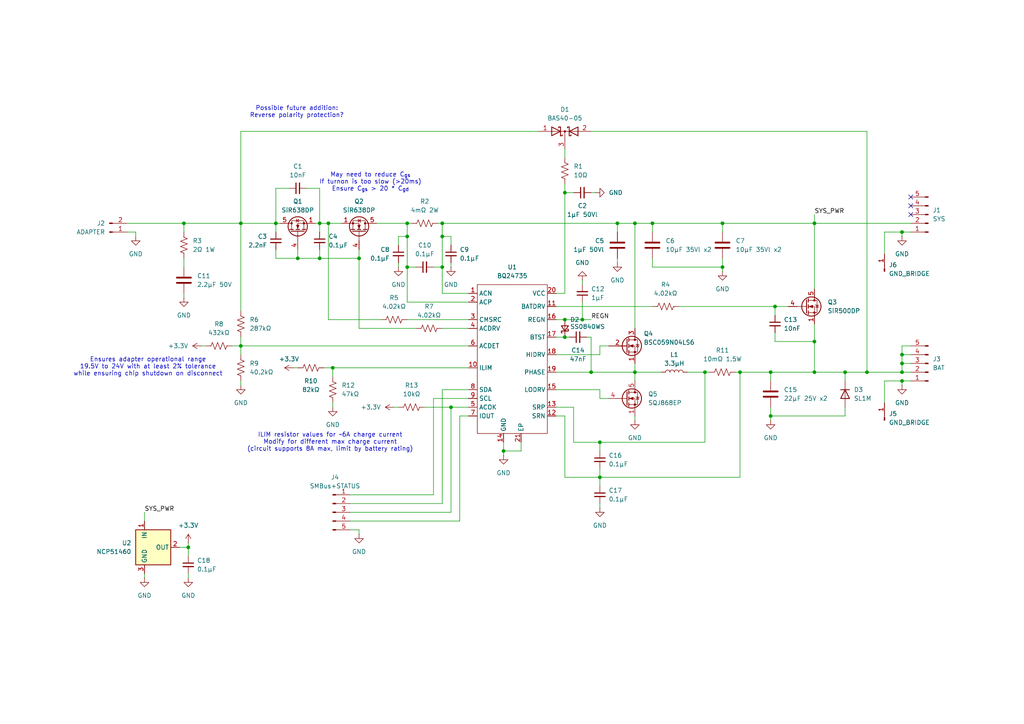
<source format=kicad_sch>
(kicad_sch (version 20231120) (generator "eeschema") (generator_version "8.0")
  (paper "A4")
  (lib_symbols
    (symbol "BW_Active:BQ24735"
      (property "Reference" "U" (at 0 25.4 0))
      (property "Value" "BQ24735" (at 0 23.114 0))
      (symbol "BQ24735_0_0"
        (pin input line (at -12.7 19.05 0) (length 2.54) (name "ACN") (number "1"))
        (pin input line (at -12.7 -2.54 0) (length 2.54) (name "ILIM") (number "10"))
        (pin output line (at 12.7 15.24 180) (length 2.54) (name "BATDRV") (number "11"))
        (pin input line (at 12.7 -16.51 180) (length 2.54) (name "SRN") (number "12"))
        (pin input line (at 12.7 -13.97 180) (length 2.54) (name "SRP") (number "13"))
        (pin power_in line (at -2.54 -24.13 90) (length 2.54) (name "GND") (number "14"))
        (pin output line (at 12.7 -8.89 180) (length 2.54) (name "LODRV") (number "15"))
        (pin power_out line (at 12.7 11.43 180) (length 2.54) (name "REGN") (number "16"))
        (pin input line (at 12.7 6.35 180) (length 2.54) (name "BTST") (number "17"))
        (pin output line (at 12.7 1.27 180) (length 2.54) (name "HIDRV") (number "18"))
        (pin input line (at 12.7 -3.81 180) (length 2.54) (name "PHASE") (number "19"))
        (pin input line (at -12.7 16.51 0) (length 2.54) (name "ACP") (number "2"))
        (pin power_in line (at 12.7 19.05 180) (length 2.54) (name "VCC") (number "20"))
        (pin passive line (at 2.54 -24.13 90) (length 2.54) (name "EP") (number "21"))
        (pin input line (at -12.7 11.43 0) (length 2.54) (name "CMSRC") (number "3"))
        (pin output line (at -12.7 8.89 0) (length 2.54) (name "ACDRV") (number "4"))
        (pin open_collector line (at -12.7 -13.97 0) (length 2.54) (name "ACOK") (number "5"))
        (pin input line (at -12.7 3.81 0) (length 2.54) (name "ACDET") (number "6"))
        (pin output line (at -12.7 -16.51 0) (length 2.54) (name "IOUT") (number "7"))
        (pin bidirectional line (at -12.7 -8.89 0) (length 2.54) (name "SDA") (number "8"))
        (pin bidirectional line (at -12.7 -11.43 0) (length 2.54) (name "SCL") (number "9"))
      )
      (symbol "BQ24735_0_1"
        (rectangle (start -10.16 21.59) (end 10.16 -21.59))
      )
    )
    (symbol "BW_Active:NCP51460"
      (property "Reference" "U" (at 0 6.35 0))
      (property "Value" "NCP51460" (at 2.54 -6.35 0))
      (symbol "NCP51460_0_1"
        (rectangle (start -5.08 5.08) (end 5.08 -5.08) (stroke (width 0.254)) (fill (type background)))
      )
      (symbol "NCP51460_1_1"
        (pin power_in line (at -2.54 7.62 270) (length 2.54) (name "IN") (number "1"))
        (pin power_out line (at 7.62 0 180) (length 2.54) (name "OUT") (number "2"))
        (pin power_in line (at -2.54 -7.62 90) (length 2.54) (name "GND") (number "3"))
      )
    )
    (symbol "BW_Active:Q_NMOS_SSSGD" (pin_names hide)
      (property "Reference" "Q" (at 5.08 1.905 0))
      (property "Value" "Q_NMOS_SSSGD" (at 5.08 0 0))
      (symbol "Q_NMOS_SSSGD_0_1"
        (polyline (pts (xy 0.254 0) (xy -2.54 0)))
        (polyline (pts (xy 0.254 1.905) (xy 0.254 -1.905)) (stroke (width 0.254)))
        (polyline (pts (xy 0.762 -1.27) (xy 0.762 -2.286)) (stroke (width 0.254)))
        (polyline (pts (xy 0.762 0.508) (xy 0.762 -0.508)) (stroke (width 0.254)))
        (polyline (pts (xy 0.762 2.286) (xy 0.762 1.27)) (stroke (width 0.254)))
        (polyline (pts (xy 2.54 2.54) (xy 2.54 1.778)))
        (polyline (pts (xy 2.54 -2.54) (xy 2.54 0) (xy 0.762 0)))
        (polyline (pts (xy 0.762 -1.778) (xy 3.302 -1.778) (xy 3.302 1.778) (xy 0.762 1.778)))
        (polyline (pts (xy 1.016 0) (xy 2.032 0.381) (xy 2.032 -0.381) (xy 1.016 0)) (fill (type outline)))
        (polyline (pts (xy 2.794 0.508) (xy 2.921 0.381) (xy 3.683 0.381) (xy 3.81 0.254)))
        (polyline (pts (xy 3.302 0.381) (xy 2.921 -0.254) (xy 3.683 -0.254) (xy 3.302 0.381)))
        (circle (center 1.651 0) (radius 2.794) (stroke (width 0.254)))
        (circle (center 2.54 -1.778) (radius 0.254) (fill (type outline)))
        (circle (center 2.54 1.778) (radius 0.254) (fill (type outline)))
      )
      (symbol "Q_NMOS_SSSGD_1_1"
        (pin passive line (at 2.54 -5.08 90) (length 2.54) (name "S") (number "1"))
        (pin passive line (at 2.54 -5.08 90) (length 2.54) hide (name "S") (number "2"))
        (pin passive line (at 2.54 -5.08 90) (length 2.54) hide (name "S") (number "3"))
        (pin input line (at -5.08 0 0) (length 2.54) (name "G") (number "4"))
        (pin passive line (at 2.54 5.08 270) (length 2.54) (name "D") (number "5"))
      )
    )
    (symbol "Connector:Conn_01x01_Pin" (pin_names (offset 1.016) hide)
      (property "Reference" "J" (at 0 2.54 0))
      (property "Value" "Conn_01x01_Pin" (at 0 -2.54 0))
      (symbol "Conn_01x01_Pin_1_1"
        (polyline (pts (xy 1.27 0) (xy 0.8636 0)) (stroke (width 0.1524)))
        (rectangle (start 0.8636 0.127) (end 0 -0.127) (stroke (width 0.1524)) (fill (type outline)))
        (pin passive line (at 5.08 0 180) (length 3.81) (name "Pin_1") (number "1"))
      )
    )
    (symbol "Connector:Conn_01x02_Pin" (pin_names (offset 1.016) hide)
      (property "Reference" "J" (at 0 2.54 0))
      (property "Value" "Conn_01x02_Pin" (at 0 -5.08 0))
      (symbol "Conn_01x02_Pin_1_1"
        (polyline (pts (xy 1.27 -2.54) (xy 0.8636 -2.54)) (stroke (width 0.1524)))
        (polyline (pts (xy 1.27 0) (xy 0.8636 0)) (stroke (width 0.1524)))
        (rectangle (start 0.8636 -2.413) (end 0 -2.667) (stroke (width 0.1524)) (fill (type outline)))
        (rectangle (start 0.8636 0.127) (end 0 -0.127) (stroke (width 0.1524)) (fill (type outline)))
        (pin passive line (at 5.08 0 180) (length 3.81) (name "Pin_1") (number "1"))
        (pin passive line (at 5.08 -2.54 180) (length 3.81) (name "Pin_2") (number "2"))
      )
    )
    (symbol "Connector:Conn_01x05_Pin" (pin_names (offset 1.016) hide)
      (property "Reference" "J" (at 0 7.62 0))
      (property "Value" "Conn_01x05_Pin" (at 0 -7.62 0))
      (symbol "Conn_01x05_Pin_1_1"
        (polyline (pts (xy 1.27 -5.08) (xy 0.8636 -5.08)) (stroke (width 0.1524)))
        (polyline (pts (xy 1.27 -2.54) (xy 0.8636 -2.54)) (stroke (width 0.1524)))
        (polyline (pts (xy 1.27 0) (xy 0.8636 0)) (stroke (width 0.1524)))
        (polyline (pts (xy 1.27 2.54) (xy 0.8636 2.54)) (stroke (width 0.1524)))
        (polyline (pts (xy 1.27 5.08) (xy 0.8636 5.08)) (stroke (width 0.1524)))
        (rectangle (start 0.8636 -4.953) (end 0 -5.207) (stroke (width 0.1524)) (fill (type outline)))
        (rectangle (start 0.8636 -2.413) (end 0 -2.667) (stroke (width 0.1524)) (fill (type outline)))
        (rectangle (start 0.8636 0.127) (end 0 -0.127) (stroke (width 0.1524)) (fill (type outline)))
        (rectangle (start 0.8636 2.667) (end 0 2.413) (stroke (width 0.1524)) (fill (type outline)))
        (rectangle (start 0.8636 5.207) (end 0 4.953) (stroke (width 0.1524)) (fill (type outline)))
        (pin passive line (at 5.08 5.08 180) (length 3.81) (name "Pin_1") (number "1"))
        (pin passive line (at 5.08 2.54 180) (length 3.81) (name "Pin_2") (number "2"))
        (pin passive line (at 5.08 0 180) (length 3.81) (name "Pin_3") (number "3"))
        (pin passive line (at 5.08 -2.54 180) (length 3.81) (name "Pin_4") (number "4"))
        (pin passive line (at 5.08 -5.08 180) (length 3.81) (name "Pin_5") (number "5"))
      )
    )
    (symbol "Device:C" (pin_numbers hide) (pin_names (offset 0.254))
      (property "Reference" "C" (at 0.635 2.54 0))
      (property "Value" "C" (at 0.635 -2.54 0))
      (symbol "C_0_1"
        (polyline (pts (xy -2.032 -0.762) (xy 2.032 -0.762)) (stroke (width 0.508)))
        (polyline (pts (xy -2.032 0.762) (xy 2.032 0.762)) (stroke (width 0.508)))
      )
      (symbol "C_1_1"
        (pin passive line (at 0 3.81 270) (length 2.794) (name "~") (number "1"))
        (pin passive line (at 0 -3.81 90) (length 2.794) (name "~") (number "2"))
      )
    )
    (symbol "Device:C_Small" (pin_numbers hide) (pin_names (offset 0.254) hide)
      (property "Reference" "C" (at 0.254 1.778 0))
      (property "Value" "C_Small" (at 0.254 -2.032 0))
      (symbol "C_Small_0_1"
        (polyline (pts (xy -1.524 -0.508) (xy 1.524 -0.508)) (stroke (width 0.3302)))
        (polyline (pts (xy -1.524 0.508) (xy 1.524 0.508)) (stroke (width 0.3048)))
      )
      (symbol "C_Small_1_1"
        (pin passive line (at 0 2.54 270) (length 2.032) (name "~") (number "1"))
        (pin passive line (at 0 -2.54 90) (length 2.032) (name "~") (number "2"))
      )
    )
    (symbol "Device:D" (pin_numbers hide) (pin_names (offset 1.016) hide)
      (property "Reference" "D" (at 0 2.54 0))
      (property "Value" "D" (at 0 -2.54 0))
      (symbol "D_0_1"
        (polyline (pts (xy -1.27 1.27) (xy -1.27 -1.27)) (stroke (width 0.254)))
        (polyline (pts (xy 1.27 0) (xy -1.27 0)))
        (polyline (pts (xy 1.27 1.27) (xy 1.27 -1.27) (xy -1.27 0) (xy 1.27 1.27)) (stroke (width 0.254)))
      )
      (symbol "D_1_1"
        (pin passive line (at -3.81 0 0) (length 2.54) (name "K") (number "1"))
        (pin passive line (at 3.81 0 180) (length 2.54) (name "A") (number "2"))
      )
    )
    (symbol "Device:D_Schottky_Dual_CommonCathode_AAK" (pin_names (offset 0.762) hide)
      (property "Reference" "D" (at 1.27 -2.54 0))
      (property "Value" "D_Schottky_Dual_CommonCathode_AAK" (at 0 2.54 0))
      (symbol "D_Schottky_Dual_CommonCathode_AAK_0_1"
        (polyline (pts (xy -3.81 0) (xy 3.81 0)))
        (polyline (pts (xy 0 0) (xy 0 -2.54)))
        (polyline (pts (xy -1.27 -1.27) (xy -1.27 1.27) (xy -1.27 1.27)) (stroke (width 0.254)))
        (polyline (pts (xy 1.27 -1.27) (xy 1.27 1.27) (xy 1.27 1.27)) (stroke (width 0.254)))
        (polyline (pts (xy -1.27 -1.27) (xy -0.762 -1.27) (xy -0.762 -1.016) (xy -0.762 -1.016)) (stroke (width 0.254)))
        (polyline (pts (xy 1.27 -1.27) (xy 1.778 -1.27) (xy 1.778 -1.016) (xy 1.778 -1.016)) (stroke (width 0.254)))
        (polyline (pts (xy 1.27 1.27) (xy 0.762 1.27) (xy 0.762 1.016) (xy 0.762 1.016)) (stroke (width 0.254)))
        (polyline (pts (xy -1.778 1.016) (xy -1.778 1.27) (xy -1.27 1.27) (xy -1.27 1.27) (xy -1.27 1.27)) (stroke (width 0.254)))
        (polyline (pts (xy -3.81 1.27) (xy -1.27 0) (xy -3.81 -1.27) (xy -3.81 1.27) (xy -3.81 1.27) (xy -3.81 1.27)) (stroke (width 0.254)))
        (polyline (pts (xy 3.81 -1.27) (xy 1.27 0) (xy 3.81 1.27) (xy 3.81 -1.27) (xy 3.81 -1.27) (xy 3.81 -1.27)) (stroke (width 0.254)))
        (circle (center 0 0) (radius 0.254) (fill (type outline)))
        (pin passive line (at -7.62 0 0) (length 3.81) (name "A") (number "1"))
        (pin passive line (at 7.62 0 180) (length 3.81) (name "A") (number "2"))
        (pin passive line (at 0 -5.08 90) (length 2.54) (name "K") (number "3"))
      )
    )
    (symbol "Device:D_Schottky_Small" (pin_numbers hide) (pin_names (offset 0.254) hide)
      (property "Reference" "D" (at -1.27 2.032 0))
      (property "Value" "D_Schottky_Small" (at -7.112 -2.032 0))
      (symbol "D_Schottky_Small_0_1"
        (polyline (pts (xy -0.762 0) (xy 0.762 0)))
        (polyline (pts (xy 0.762 -1.016) (xy -0.762 0) (xy 0.762 1.016) (xy 0.762 -1.016)) (stroke (width 0.254)))
        (polyline (pts (xy -1.27 0.762) (xy -1.27 1.016) (xy -0.762 1.016) (xy -0.762 -1.016) (xy -0.254 -1.016) (xy -0.254 -0.762)) (stroke (width 0.254)))
      )
      (symbol "D_Schottky_Small_1_1"
        (pin passive line (at -2.54 0 0) (length 1.778) (name "K") (number "1"))
        (pin passive line (at 2.54 0 180) (length 1.778) (name "A") (number "2"))
      )
    )
    (symbol "Device:L" (pin_numbers hide) (pin_names (offset 1.016) hide)
      (property "Reference" "L" (at -1.27 0 90))
      (property "Value" "L" (at 1.905 0 90))
      (symbol "L_0_1"
        (arc (start 0 -2.54) (mid 0.6323 -1.905) (end 0 -1.27))
        (arc (start 0 -1.27) (mid 0.6323 -0.635) (end 0 0))
        (arc (start 0 0) (mid 0.6323 0.635) (end 0 1.27))
        (arc (start 0 1.27) (mid 0.6323 1.905) (end 0 2.54))
      )
      (symbol "L_1_1"
        (pin passive line (at 0 3.81 270) (length 1.27) (name "1") (number "1"))
        (pin passive line (at 0 -3.81 90) (length 1.27) (name "2") (number "2"))
      )
    )
    (symbol "Device:Q_NMOS_SGD" (pin_names (offset 0) hide)
      (property "Reference" "Q" (at 5.08 1.27 0))
      (property "Value" "Q_NMOS_SGD" (at 5.08 -1.27 0))
      (symbol "Q_NMOS_SGD_0_1"
        (polyline (pts (xy 0.254 0) (xy -2.54 0)))
        (polyline (pts (xy 0.254 1.905) (xy 0.254 -1.905)) (stroke (width 0.254)))
        (polyline (pts (xy 0.762 -1.27) (xy 0.762 -2.286)) (stroke (width 0.254)))
        (polyline (pts (xy 0.762 0.508) (xy 0.762 -0.508)) (stroke (width 0.254)))
        (polyline (pts (xy 0.762 2.286) (xy 0.762 1.27)) (stroke (width 0.254)))
        (polyline (pts (xy 2.54 2.54) (xy 2.54 1.778)))
        (polyline (pts (xy 2.54 -2.54) (xy 2.54 0) (xy 0.762 0)))
        (polyline (pts (xy 0.762 -1.778) (xy 3.302 -1.778) (xy 3.302 1.778) (xy 0.762 1.778)))
        (polyline (pts (xy 1.016 0) (xy 2.032 0.381) (xy 2.032 -0.381) (xy 1.016 0)) (fill (type outline)))
        (polyline (pts (xy 2.794 0.508) (xy 2.921 0.381) (xy 3.683 0.381) (xy 3.81 0.254)))
        (polyline (pts (xy 3.302 0.381) (xy 2.921 -0.254) (xy 3.683 -0.254) (xy 3.302 0.381)))
        (circle (center 1.651 0) (radius 2.794) (stroke (width 0.254)))
        (circle (center 2.54 -1.778) (radius 0.254) (fill (type outline)))
        (circle (center 2.54 1.778) (radius 0.254) (fill (type outline)))
      )
      (symbol "Q_NMOS_SGD_1_1"
        (pin passive line (at 2.54 -5.08 90) (length 2.54) (name "S") (number "1"))
        (pin input line (at -5.08 0 0) (length 5.08) (name "G") (number "2"))
        (pin passive line (at 2.54 5.08 270) (length 2.54) (name "D") (number "3"))
      )
    )
    (symbol "Device:R_US" (pin_numbers hide) (pin_names (offset 0))
      (property "Reference" "R" (at 2.54 0 90))
      (property "Value" "R_US" (at -2.54 0 90))
      (symbol "R_US_0_1"
        (polyline (pts (xy 0 -2.286) (xy 0 -2.54)))
        (polyline (pts (xy 0 2.286) (xy 0 2.54)))
        (polyline (pts (xy 0 -0.762) (xy 1.016 -1.143) (xy 0 -1.524) (xy -1.016 -1.905) (xy 0 -2.286)))
        (polyline (pts (xy 0 0.762) (xy 1.016 0.381) (xy 0 0) (xy -1.016 -0.381) (xy 0 -0.762)))
        (polyline (pts (xy 0 2.286) (xy 1.016 1.905) (xy 0 1.524) (xy -1.016 1.143) (xy 0 0.762)))
      )
      (symbol "R_US_1_1"
        (pin passive line (at 0 3.81 270) (length 1.27) (name "~") (number "1"))
        (pin passive line (at 0 -3.81 90) (length 1.27) (name "~") (number "2"))
      )
    )
    (symbol "power:+3.3V" (power) (pin_numbers hide) (pin_names (offset 0) hide)
      (property "Value" "+3.3V" (at 0 3.556 0))
      (symbol "+3.3V_0_1"
        (polyline (pts (xy -0.762 1.27) (xy 0 2.54)))
        (polyline (pts (xy 0 0) (xy 0 2.54)))
        (polyline (pts (xy 0 2.54) (xy 0.762 1.27)))
      )
      (symbol "+3.3V_1_1"
        (pin power_in line (at 0 0 90) (length 0) (name "~") (number "1"))
      )
    )
    (symbol "power:GND" (power) (pin_numbers hide) (pin_names (offset 0) hide)
      (property "Value" "GND" (at 0 -3.81 0))
      (symbol "GND_0_1"
        (polyline (pts (xy 0 0) (xy 0 -1.27) (xy 1.27 -1.27) (xy 0 -2.54) (xy -1.27 -1.27) (xy 0 -1.27)))
      )
      (symbol "GND_1_1"
        (pin power_in line (at 0 0 270) (length 0) (name "~") (number "1"))
      )
    )
  )
  (junction (at 118.11 64.77))
  (junction (at 184.15 64.77))
  (junction (at 86.36 74.93))
  (junction (at 209.55 77.47))
  (junction (at 118.11 77.47))
  (junction (at 95.25 64.77))
  (junction (at 223.52 120.65))
  (junction (at 236.22 107.95))
  (junction (at 261.62 105.41))
  (junction (at 173.99 128.27))
  (junction (at 146.05 130.81))
  (junction (at 261.62 110.49))
  (junction (at 118.11 68.58))
  (junction (at 128.27 68.58))
  (junction (at 163.83 55.88))
  (junction (at 236.22 64.77))
  (junction (at 171.45 107.95))
  (junction (at 128.27 64.77))
  (junction (at 168.91 92.71))
  (junction (at 128.27 77.47))
  (junction (at 179.07 64.77))
  (junction (at 163.83 97.79))
  (junction (at 261.62 107.95))
  (junction (at 53.34 64.77))
  (junction (at 184.15 107.95))
  (junction (at 69.85 100.33))
  (junction (at 261.62 102.87))
  (junction (at 173.99 138.43))
  (junction (at 223.52 107.95))
  (junction (at 130.81 118.11))
  (junction (at 92.71 64.77))
  (junction (at 209.55 64.77))
  (junction (at 245.11 107.95))
  (junction (at 189.23 64.77))
  (junction (at 251.46 107.95))
  (junction (at 69.85 64.77))
  (junction (at 80.01 64.77))
  (junction (at 92.71 74.93))
  (junction (at 163.83 92.71))
  (junction (at 236.22 99.06))
  (junction (at 104.14 74.93))
  (junction (at 261.62 67.31))
  (junction (at 204.47 107.95))
  (junction (at 224.79 88.9))
  (junction (at 214.63 107.95))
  (junction (at 54.61 158.75))
  (junction (at 96.52 106.68))
  (no_connect (at 264.16 59.69))
  (no_connect (at 264.16 62.23))
  (no_connect (at 264.16 57.15))
  (wire (pts (xy 115.57 68.58) (xy 118.11 68.58)))
  (wire (pts (xy 53.34 64.77) (xy 69.85 64.77)))
  (wire (pts (xy 118.11 64.77) (xy 119.38 64.77)))
  (wire (pts (xy 236.22 64.77) (xy 209.55 64.77)))
  (wire (pts (xy 261.62 68.58) (xy 261.62 67.31)))
  (wire (pts (xy 163.83 55.88) (xy 166.37 55.88)))
  (wire (pts (xy 256.54 116.84) (xy 256.54 110.49)))
  (wire (pts (xy 264.16 100.33) (xy 261.62 100.33)))
  (wire (pts (xy 214.63 138.43) (xy 214.63 107.95)))
  (wire (pts (xy 118.11 68.58) (xy 118.11 64.77)))
  (wire (pts (xy 171.45 107.95) (xy 184.15 107.95)))
  (wire (pts (xy 80.01 72.39) (xy 80.01 74.93)))
  (wire (pts (xy 85.09 106.68) (xy 86.36 106.68)))
  (wire (pts (xy 110.49 92.71) (xy 95.25 92.71)))
  (wire (pts (xy 189.23 64.77) (xy 184.15 64.77)))
  (wire (pts (xy 163.83 97.79) (xy 165.1 97.79)))
  (wire (pts (xy 251.46 107.95) (xy 261.62 107.95)))
  (wire (pts (xy 135.89 115.57) (xy 125.73 115.57)))
  (wire (pts (xy 179.07 74.93) (xy 179.07 76.2)))
  (wire (pts (xy 251.46 38.1) (xy 251.46 107.95)))
  (wire (pts (xy 125.73 115.57) (xy 125.73 143.51)))
  (wire (pts (xy 91.44 64.77) (xy 92.71 64.77)))
  (wire (pts (xy 96.52 106.68) (xy 135.89 106.68)))
  (wire (pts (xy 92.71 64.77) (xy 92.71 67.31)))
  (wire (pts (xy 118.11 92.71) (xy 135.89 92.71)))
  (wire (pts (xy 189.23 64.77) (xy 189.23 67.31)))
  (wire (pts (xy 93.98 106.68) (xy 96.52 106.68)))
  (wire (pts (xy 125.73 77.47) (xy 128.27 77.47)))
  (wire (pts (xy 173.99 138.43) (xy 173.99 140.97)))
  (wire (pts (xy 163.83 85.09) (xy 161.29 85.09)))
  (wire (pts (xy 171.45 97.79) (xy 171.45 107.95)))
  (wire (pts (xy 54.61 166.37) (xy 54.61 167.64)))
  (wire (pts (xy 166.37 128.27) (xy 173.99 128.27)))
  (wire (pts (xy 209.55 64.77) (xy 189.23 64.77)))
  (wire (pts (xy 173.99 130.81) (xy 173.99 128.27)))
  (wire (pts (xy 130.81 76.2) (xy 130.81 77.47)))
  (wire (pts (xy 101.6 148.59) (xy 130.81 148.59)))
  (wire (pts (xy 86.36 74.93) (xy 92.71 74.93)))
  (wire (pts (xy 256.54 73.66) (xy 256.54 67.31)))
  (wire (pts (xy 161.29 92.71) (xy 163.83 92.71)))
  (wire (pts (xy 92.71 64.77) (xy 95.25 64.77)))
  (wire (pts (xy 118.11 87.63) (xy 118.11 77.47)))
  (wire (pts (xy 163.83 138.43) (xy 173.99 138.43)))
  (wire (pts (xy 92.71 74.93) (xy 104.14 74.93)))
  (wire (pts (xy 135.89 113.03) (xy 128.27 113.03)))
  (wire (pts (xy 135.89 85.09) (xy 128.27 85.09)))
  (wire (pts (xy 53.34 74.93) (xy 53.34 77.47)))
  (wire (pts (xy 224.79 88.9) (xy 228.6 88.9)))
  (wire (pts (xy 213.36 107.95) (xy 214.63 107.95)))
  (wire (pts (xy 130.81 68.58) (xy 128.27 68.58)))
  (wire (pts (xy 128.27 85.09) (xy 128.27 77.47)))
  (wire (pts (xy 184.15 105.41) (xy 184.15 107.95)))
  (wire (pts (xy 123.19 118.11) (xy 130.81 118.11)))
  (wire (pts (xy 86.36 72.39) (xy 86.36 74.93)))
  (wire (pts (xy 135.89 87.63) (xy 118.11 87.63)))
  (wire (pts (xy 209.55 64.77) (xy 209.55 67.31)))
  (wire (pts (xy 261.62 100.33) (xy 261.62 102.87)))
  (wire (pts (xy 53.34 64.77) (xy 53.34 67.31)))
  (wire (pts (xy 114.3 118.11) (xy 115.57 118.11)))
  (wire (pts (xy 163.83 92.71) (xy 168.91 92.71)))
  (wire (pts (xy 236.22 99.06) (xy 236.22 107.95)))
  (wire (pts (xy 223.52 107.95) (xy 236.22 107.95)))
  (wire (pts (xy 163.83 53.34) (xy 163.83 55.88)))
  (wire (pts (xy 118.11 77.47) (xy 120.65 77.47)))
  (wire (pts (xy 135.89 120.65) (xy 133.35 120.65)))
  (wire (pts (xy 184.15 120.65) (xy 184.15 121.92)))
  (wire (pts (xy 53.34 85.09) (xy 53.34 86.36)))
  (wire (pts (xy 54.61 157.48) (xy 54.61 158.75)))
  (wire (pts (xy 173.99 146.05) (xy 173.99 147.32)))
  (wire (pts (xy 163.83 43.18) (xy 163.83 45.72)))
  (wire (pts (xy 236.22 83.82) (xy 236.22 64.77)))
  (wire (pts (xy 223.52 120.65) (xy 223.52 121.92)))
  (wire (pts (xy 173.99 135.89) (xy 173.99 138.43)))
  (wire (pts (xy 168.91 92.71) (xy 171.45 92.71)))
  (wire (pts (xy 69.85 100.33) (xy 69.85 102.87)))
  (wire (pts (xy 36.83 67.31) (xy 39.37 67.31)))
  (wire (pts (xy 189.23 74.93) (xy 189.23 77.47)))
  (wire (pts (xy 39.37 67.31) (xy 39.37 68.58)))
  (wire (pts (xy 173.99 115.57) (xy 176.53 115.57)))
  (wire (pts (xy 92.71 54.61) (xy 92.71 64.77)))
  (wire (pts (xy 236.22 62.23) (xy 236.22 64.77)))
  (wire (pts (xy 80.01 74.93) (xy 86.36 74.93)))
  (wire (pts (xy 128.27 64.77) (xy 127 64.77)))
  (wire (pts (xy 161.29 102.87) (xy 173.99 102.87)))
  (wire (pts (xy 236.22 93.98) (xy 236.22 99.06)))
  (wire (pts (xy 189.23 77.47) (xy 209.55 77.47)))
  (wire (pts (xy 261.62 102.87) (xy 261.62 105.41)))
  (wire (pts (xy 146.05 128.27) (xy 146.05 130.81)))
  (wire (pts (xy 118.11 77.47) (xy 118.11 68.58)))
  (wire (pts (xy 41.91 166.37) (xy 41.91 167.64)))
  (wire (pts (xy 151.13 128.27) (xy 151.13 130.81)))
  (wire (pts (xy 168.91 81.28) (xy 168.91 82.55)))
  (wire (pts (xy 69.85 64.77) (xy 69.85 90.17)))
  (wire (pts (xy 130.81 148.59) (xy 130.81 118.11)))
  (wire (pts (xy 209.55 77.47) (xy 209.55 78.74)))
  (wire (pts (xy 67.31 100.33) (xy 69.85 100.33)))
  (wire (pts (xy 115.57 76.2) (xy 115.57 77.47)))
  (wire (pts (xy 236.22 64.77) (xy 264.16 64.77)))
  (wire (pts (xy 163.83 120.65) (xy 163.83 138.43)))
  (wire (pts (xy 115.57 71.12) (xy 115.57 68.58)))
  (wire (pts (xy 223.52 118.11) (xy 223.52 120.65)))
  (wire (pts (xy 133.35 120.65) (xy 133.35 151.13)))
  (wire (pts (xy 54.61 158.75) (xy 52.07 158.75)))
  (wire (pts (xy 184.15 107.95) (xy 184.15 110.49)))
  (wire (pts (xy 151.13 130.81) (xy 146.05 130.81)))
  (wire (pts (xy 128.27 64.77) (xy 179.07 64.77)))
  (wire (pts (xy 80.01 54.61) (xy 80.01 64.77)))
  (wire (pts (xy 69.85 110.49) (xy 69.85 111.76)))
  (wire (pts (xy 168.91 87.63) (xy 168.91 92.71)))
  (wire (pts (xy 173.99 138.43) (xy 214.63 138.43)))
  (wire (pts (xy 214.63 107.95) (xy 223.52 107.95)))
  (wire (pts (xy 104.14 74.93) (xy 104.14 72.39)))
  (wire (pts (xy 161.29 88.9) (xy 189.23 88.9)))
  (wire (pts (xy 80.01 64.77) (xy 81.28 64.77)))
  (wire (pts (xy 69.85 100.33) (xy 135.89 100.33)))
  (wire (pts (xy 261.62 110.49) (xy 264.16 110.49)))
  (wire (pts (xy 69.85 97.79) (xy 69.85 100.33)))
  (wire (pts (xy 179.07 64.77) (xy 179.07 67.31)))
  (wire (pts (xy 173.99 128.27) (xy 204.47 128.27)))
  (wire (pts (xy 104.14 153.67) (xy 104.14 154.94)))
  (wire (pts (xy 96.52 116.84) (xy 96.52 118.11)))
  (wire (pts (xy 95.25 64.77) (xy 99.06 64.77)))
  (wire (pts (xy 128.27 68.58) (xy 128.27 77.47)))
  (wire (pts (xy 146.05 130.81) (xy 146.05 132.08)))
  (wire (pts (xy 245.11 107.95) (xy 236.22 107.95)))
  (wire (pts (xy 171.45 55.88) (xy 172.72 55.88)))
  (wire (pts (xy 120.65 95.25) (xy 104.14 95.25)))
  (wire (pts (xy 173.99 113.03) (xy 173.99 115.57)))
  (wire (pts (xy 161.29 118.11) (xy 166.37 118.11)))
  (wire (pts (xy 69.85 38.1) (xy 69.85 64.77)))
  (wire (pts (xy 69.85 64.77) (xy 80.01 64.77)))
  (wire (pts (xy 130.81 118.11) (xy 135.89 118.11)))
  (wire (pts (xy 173.99 102.87) (xy 173.99 100.33)))
  (wire (pts (xy 224.79 88.9) (xy 224.79 91.44)))
  (wire (pts (xy 156.21 38.1) (xy 69.85 38.1)))
  (wire (pts (xy 256.54 67.31) (xy 261.62 67.31)))
  (wire (pts (xy 166.37 118.11) (xy 166.37 128.27)))
  (wire (pts (xy 170.18 97.79) (xy 171.45 97.79)))
  (wire (pts (xy 224.79 99.06) (xy 236.22 99.06)))
  (wire (pts (xy 130.81 71.12) (xy 130.81 68.58)))
  (wire (pts (xy 96.52 106.68) (xy 96.52 109.22)))
  (wire (pts (xy 245.11 107.95) (xy 251.46 107.95)))
  (wire (pts (xy 204.47 128.27) (xy 204.47 107.95)))
  (wire (pts (xy 209.55 74.93) (xy 209.55 77.47)))
  (wire (pts (xy 101.6 153.67) (xy 104.14 153.67)))
  (wire (pts (xy 224.79 96.52) (xy 224.79 99.06)))
  (wire (pts (xy 128.27 64.77) (xy 128.27 68.58)))
  (wire (pts (xy 261.62 105.41) (xy 261.62 107.95)))
  (wire (pts (xy 88.9 54.61) (xy 92.71 54.61)))
  (wire (pts (xy 133.35 151.13) (xy 101.6 151.13)))
  (wire (pts (xy 58.42 100.33) (xy 59.69 100.33)))
  (wire (pts (xy 41.91 148.59) (xy 41.91 151.13)))
  (wire (pts (xy 128.27 113.03) (xy 128.27 146.05)))
  (wire (pts (xy 161.29 113.03) (xy 173.99 113.03)))
  (wire (pts (xy 104.14 95.25) (xy 104.14 74.93)))
  (wire (pts (xy 261.62 111.76) (xy 261.62 110.49)))
  (wire (pts (xy 161.29 120.65) (xy 163.83 120.65)))
  (wire (pts (xy 125.73 143.51) (xy 101.6 143.51)))
  (wire (pts (xy 261.62 107.95) (xy 264.16 107.95)))
  (wire (pts (xy 92.71 72.39) (xy 92.71 74.93)))
  (wire (pts (xy 199.39 107.95) (xy 204.47 107.95)))
  (wire (pts (xy 36.83 64.77) (xy 53.34 64.77)))
  (wire (pts (xy 223.52 107.95) (xy 223.52 110.49)))
  (wire (pts (xy 95.25 64.77) (xy 95.25 92.71)))
  (wire (pts (xy 196.85 88.9) (xy 224.79 88.9)))
  (wire (pts (xy 161.29 107.95) (xy 171.45 107.95)))
  (wire (pts (xy 184.15 64.77) (xy 184.15 95.25)))
  (wire (pts (xy 54.61 161.29) (xy 54.61 158.75)))
  (wire (pts (xy 204.47 107.95) (xy 205.74 107.95)))
  (wire (pts (xy 264.16 102.87) (xy 261.62 102.87)))
  (wire (pts (xy 184.15 107.95) (xy 191.77 107.95)))
  (wire (pts (xy 80.01 64.77) (xy 80.01 67.31)))
  (wire (pts (xy 264.16 105.41) (xy 261.62 105.41)))
  (wire (pts (xy 223.52 120.65) (xy 245.11 120.65)))
  (wire (pts (xy 256.54 110.49) (xy 261.62 110.49)))
  (wire (pts (xy 163.83 55.88) (xy 163.83 85.09)))
  (wire (pts (xy 173.99 100.33) (xy 176.53 100.33)))
  (wire (pts (xy 245.11 120.65) (xy 245.11 118.11)))
  (wire (pts (xy 179.07 64.77) (xy 184.15 64.77)))
  (wire (pts (xy 245.11 110.49) (xy 245.11 107.95)))
  (wire (pts (xy 128.27 95.25) (xy 135.89 95.25)))
  (wire (pts (xy 261.62 67.31) (xy 264.16 67.31)))
  (wire (pts (xy 109.22 64.77) (xy 118.11 64.77)))
  (wire (pts (xy 171.45 38.1) (xy 251.46 38.1)))
  (wire (pts (xy 83.82 54.61) (xy 80.01 54.61)))
  (wire (pts (xy 161.29 97.79) (xy 163.83 97.79)))
  (wire (pts (xy 128.27 146.05) (xy 101.6 146.05)))
  (text "ILIM resistor values for ~6A charge current\nModify for different max charge current\n(circuit supports 8A max, limit by battery rating)" (at 95.758 128.27 0) (effects (font (size 1.27 1.27))))
  (text "May need to reduce C_{gs}\nIf turnon is too slow (>20ms)\nEnsure C_{gs} > 20 * C_{gd}" (at 107.442 52.832 0) (effects (font (size 1.27 1.27))))
  (text "Possible future addition:\nReverse polarity protection?" (at 86.106 32.512 0) (effects (font (size 1.27 1.27))))
  (text "Ensures adapter operational range\n19.5V to 24V with at least 2% tolerance\nwhile ensuring chip shutdown on disconnect" (at 42.926 106.426 0) (effects (font (size 1.27 1.27))))
  (label "REGN" (at 171.45 92.71 0))
  (label "SYS_PWR" (at 41.91 148.59 0))
  (label "SYS_PWR" (at 236.22 62.23 0))
  (symbol (lib_id "power:+3.3V") (at 85.09 106.68 90) (unit 1)
    (property "Reference" "#PWR011" (effects (hide yes)))
    (property "Value" "+3.3V" (at 83.82 104.14 90))
    (property "Description" "Power symbol creates a global label with name \"+3.3V\"" (effects (hide yes)))
  )
  (symbol (lib_id "power:GND") (at 39.37 68.58 0) (unit 1)
    (property "Reference" "#PWR02" (effects (hide yes)))
    (property "Value" "GND" (at 39.37 73.66 0))
    (property "Description" "Power symbol creates a global label with name \"GND\" , ground" (effects (hide yes)))
  )
  (symbol (lib_id "power:+3.3V") (at 114.3 118.11 90) (unit 1)
    (property "Reference" "#PWR015" (effects (hide yes)))
    (property "Value" "+3.3V" (at 110.49 118.1099 90) (effects (justify left)))
    (property "Description" "Power symbol creates a global label with name \"+3.3V\"" (effects (hide yes)))
  )
  (symbol (lib_id "Device:R_US") (at 193.04 88.9 90) (unit 1)
    (property "Reference" "R4" (at 193.04 82.55 90))
    (property "Value" "4.02kΩ" (at 193.04 85.09 90))
    (property "Footprint" "Resistor_SMD:R_0603_1608Metric" (effects (hide yes)))
    (property "Description" "Resistor, US symbol" (effects (hide yes)))
  )
  (symbol (lib_id "Device:C_Small") (at 123.19 77.47 90) (unit 1)
    (property "Reference" "C10" (at 123.1963 71.12 90))
    (property "Value" "0.1µF" (at 123.1963 73.66 90))
    (property "Footprint" "Capacitor_SMD:C_0603_1608Metric" (effects (hide yes)))
    (property "Description" "Unpolarized capacitor, small symbol" (effects (hide yes)))
  )
  (symbol (lib_id "Device:C_Small") (at 86.36 54.61 90) (unit 1)
    (property "Reference" "C1" (at 86.3663 48.26 90))
    (property "Value" "10nF" (at 86.3663 50.8 90))
    (property "Footprint" "Capacitor_SMD:C_0603_1608Metric" (effects (hide yes)))
    (property "Description" "Unpolarized capacitor, small symbol" (effects (hide yes)))
  )
  (symbol (lib_id "power:GND") (at 41.91 167.64 0) (unit 1)
    (property "Reference" "#PWR022" (effects (hide yes)))
    (property "Value" "GND" (at 41.91 172.72 0))
    (property "Description" "Power symbol creates a global label with name \"GND\" , ground" (effects (hide yes)))
  )
  (symbol (lib_id "Device:R_US") (at 96.52 113.03 180) (unit 1)
    (property "Reference" "R12" (at 99.06 111.7599 0) (effects (justify right)))
    (property "Value" "47kΩ" (at 99.06 114.2999 0) (effects (justify right)))
    (property "Footprint" "Resistor_SMD:R_0603_1608Metric" (effects (hide yes)))
    (property "Description" "Resistor, US symbol" (effects (hide yes)))
  )
  (symbol (lib_id "Device:C_Small") (at 173.99 133.35 0) (unit 1)
    (property "Reference" "C16" (at 176.53 132.0862 0) (effects (justify left)))
    (property "Value" "0.1µF" (at 176.53 134.6262 0) (effects (justify left)))
    (property "Footprint" "Capacitor_SMD:C_0603_1608Metric" (effects (hide yes)))
    (property "Description" "Unpolarized capacitor, small symbol" (effects (hide yes)))
  )
  (symbol (lib_id "power:GND") (at 54.61 167.64 0) (unit 1)
    (property "Reference" "#PWR023" (effects (hide yes)))
    (property "Value" "GND" (at 54.61 172.72 0))
    (property "Description" "Power symbol creates a global label with name \"GND\" , ground" (effects (hide yes)))
  )
  (symbol (lib_id "power:GND") (at 115.57 77.47 0) (unit 1)
    (property "Reference" "#PWR05" (effects (hide yes)))
    (property "Value" "GND" (at 115.57 82.55 0))
    (property "Description" "Power symbol creates a global label with name \"GND\" , ground" (effects (hide yes)))
  )
  (symbol (lib_id "Device:C_Small") (at 54.61 163.83 0) (unit 1)
    (property "Reference" "C18" (at 57.15 162.5662 0) (effects (justify left)))
    (property "Value" "0.1µF" (at 57.15 165.1062 0) (effects (justify left)))
    (property "Footprint" "Capacitor_SMD:C_0603_1608Metric" (effects (hide yes)))
    (property "Description" "Unpolarized capacitor, small symbol" (effects (hide yes)))
  )
  (symbol (lib_id "Device:R_US") (at 69.85 106.68 0) (unit 1)
    (property "Reference" "R9" (at 72.39 105.4099 0) (effects (justify left)))
    (property "Value" "40.2kΩ" (at 72.39 107.9499 0) (effects (justify left)))
    (property "Footprint" "Resistor_SMD:R_0603_1608Metric" (effects (hide yes)))
    (property "Description" "Resistor, US symbol" (effects (hide yes)))
  )
  (symbol (lib_id "Device:R_US") (at 209.55 107.95 90) (unit 1)
    (property "Reference" "R11" (at 209.55 101.6 90))
    (property "Value" "10mΩ 1.5W" (at 209.55 104.14 90))
    (property "Footprint" "Resistor_SMD:R_0612_1632Metric" (effects (hide yes)))
    (property "Description" "Resistor, US symbol" (effects (hide yes)))
  )
  (symbol (lib_id "Device:R_US") (at 53.34 71.12 0) (unit 1)
    (property "Reference" "R3" (at 55.88 69.8499 0) (effects (justify left)))
    (property "Value" "2Ω 1W" (at 55.88 72.3899 0) (effects (justify left)))
    (property "Footprint" "BW_PassiveMechanical:R_0508_1220Metric" (effects (hide yes)))
    (property "Description" "Resistor, US symbol" (effects (hide yes)))
  )
  (symbol (lib_id "power:GND") (at 179.07 76.2 0) (unit 1)
    (property "Reference" "#PWR04" (effects (hide yes)))
    (property "Value" "GND" (at 179.07 81.28 0))
    (property "Description" "Power symbol creates a global label with name \"GND\" , ground" (effects (hide yes)))
  )
  (symbol (lib_id "power:GND") (at 104.14 154.94 0) (unit 1)
    (property "Reference" "#PWR020" (effects (hide yes)))
    (property "Value" "GND" (at 104.14 160.02 0))
    (property "Description" "Power symbol creates a global label with name \"GND\" , ground" (effects (hide yes)))
  )
  (symbol (lib_id "power:+3.3V") (at 58.42 100.33 90) (unit 1)
    (property "Reference" "#PWR010" (effects (hide yes)))
    (property "Value" "+3.3V" (at 54.61 100.3299 90) (effects (justify left)))
    (property "Description" "Power symbol creates a global label with name \"+3.3V\"" (effects (hide yes)))
  )
  (symbol (lib_id "Connector:Conn_01x01_Pin") (at 256.54 78.74 90) (unit 1)
    (property "Reference" "J6" (at 257.81 76.8349 90) (effects (justify right)))
    (property "Value" "GND_BRIDGE" (at 257.81 79.3749 90) (effects (justify right)))
    (property "Footprint" "BW_PassiveMechanical:HolePad_2.5mm_3.5mm" (effects (hide yes)))
    (property "Description" "Generic connector, single row, 01x01, script generated" (effects (hide yes)))
  )
  (symbol (lib_id "power:GND") (at 261.62 68.58 0) (unit 1)
    (property "Reference" "#PWR03" (effects (hide yes)))
    (property "Value" "GND" (at 261.62 73.66 0))
    (property "Description" "Power symbol creates a global label with name \"GND\" , ground" (effects (hide yes)))
  )
  (symbol (lib_id "Device:D_Schottky_Dual_CommonCathode_AAK") (at 163.83 38.1 0) (unit 1)
    (property "Reference" "D1" (at 163.83 31.75 0))
    (property "Value" "BAS40-05" (at 163.83 34.29 0))
    (property "Footprint" "Package_TO_SOT_SMD:SOT-23" (effects (hide yes)))
    (property "Description" "Dual Schottky diode, common cathode on pin 3" (effects (hide yes)))
  )
  (symbol (lib_id "BW_Active:Q_NMOS_SSSGD") (at 233.68 88.9 0) (unit 1)
    (property "Reference" "Q3" (at 240.03 87.6299 0) (effects (justify left)))
    (property "Value" "SiR500DP" (at 240.03 90.1699 0) (effects (justify left)))
    (property "Footprint" "Package_SO:PowerPAK_SO-8_Single" (effects (hide yes)))
  )
  (symbol (lib_id "power:GND") (at 146.05 132.08 0) (unit 1)
    (property "Reference" "#PWR018" (effects (hide yes)))
    (property "Value" "GND" (at 146.05 137.16 0))
    (property "Description" "Power symbol creates a global label with name \"GND\" , ground" (effects (hide yes)))
  )
  (symbol (lib_id "Device:C") (at 223.52 114.3 0) (unit 1)
    (property "Reference" "C15" (at 227.33 113.0299 0) (effects (justify left)))
    (property "Value" "22µF 25V x2" (at 227.33 115.5699 0) (effects (justify left)))
    (property "Footprint" "Capacitor_SMD:C_1210_3225Metric" (effects (hide yes)))
    (property "Description" "Unpolarized capacitor" (effects (hide yes)))
  )
  (symbol (lib_id "Device:C_Small") (at 80.01 69.85 0) (unit 1)
    (property "Reference" "C3" (at 77.47 68.5862 0) (effects (justify right)))
    (property "Value" "2.2nF" (at 77.47 71.1262 0) (effects (justify right)))
    (property "Footprint" "Capacitor_SMD:C_0603_1608Metric" (effects (hide yes)))
    (property "Description" "Unpolarized capacitor, small symbol" (effects (hide yes)))
  )
  (symbol (lib_id "Device:D") (at 245.11 114.3 270) (unit 1)
    (property "Reference" "D3" (at 247.65 113.0299 90) (effects (justify left)))
    (property "Value" "SL1M" (at 247.65 115.5699 90) (effects (justify left)))
    (property "Footprint" "Diode_SMD:D_SOD-123F" (effects (hide yes)))
    (property "Description" "Diode" (effects (hide yes)))
    (property "Sim.Device" "D" (effects (hide yes)))
    (property "Sim.Pins" "1=K 2=A" (effects (hide yes)))
  )
  (symbol (lib_id "power:GND") (at 130.81 77.47 0) (unit 1)
    (property "Reference" "#PWR06" (effects (hide yes)))
    (property "Value" "GND" (at 130.81 82.55 0))
    (property "Description" "Power symbol creates a global label with name \"GND\" , ground" (effects (hide yes)))
  )
  (symbol (lib_id "Connector:Conn_01x05_Pin") (at 269.24 62.23 180) (unit 1)
    (property "Reference" "J1" (at 270.51 60.9599 0) (effects (justify right)))
    (property "Value" "SYS" (at 270.51 63.4999 0) (effects (justify right)))
    (property "Footprint" "BW_Connectors:TE_2042274_Solder" (effects (hide yes)))
    (property "Description" "Generic connector, single row, 01x05, script generated" (effects (hide yes)))
  )
  (symbol (lib_id "BW_Active:BQ24735") (at 148.59 104.14 0) (unit 1)
    (property "Reference" "U1" (at 148.59 77.47 0))
    (property "Value" "BQ24735" (at 148.59 80.01 0))
    (property "Footprint" "BW_Active:VQFN-20-1EP_3.5x3.5mm_P0.5mm_EP2.05x2.05mm" (effects (hide yes)))
    (property "Datasheet" "https://www.ti.com/lit/ds/symlink/bq24735.pdf" (effects (hide yes)))
    (property "Description" "1S to 4S 8A Lithium Battery Charge Controller with Boost Mode and SMBus control" (effects (hide yes)))
  )
  (symbol (lib_id "Device:R_US") (at 63.5 100.33 90) (unit 1)
    (property "Reference" "R8" (at 63.5 93.98 90))
    (property "Value" "432kΩ" (at 63.5 96.52 90))
    (property "Footprint" "Resistor_SMD:R_0603_1608Metric" (effects (hide yes)))
    (property "Description" "Resistor, US symbol" (effects (hide yes)))
  )
  (symbol (lib_id "power:GND") (at 168.91 81.28 180) (unit 1)
    (property "Reference" "#PWR08" (effects (hide yes)))
    (property "Value" "GND" (at 168.91 76.2 0))
    (property "Description" "Power symbol creates a global label with name \"GND\" , ground" (effects (hide yes)))
  )
  (symbol (lib_id "BW_Active:NCP51460") (at 44.45 158.75 0) (unit 1)
    (property "Reference" "U2" (at 38.1 157.4799 0) (effects (justify right)))
    (property "Value" "NCP51460" (at 38.1 160.0199 0) (effects (justify right)))
    (property "Footprint" "Package_TO_SOT_SMD:SOT-23" (effects (hide yes)))
    (property "Description" "Voltage reference, 3.300V, ±1% accuracy, SOT-23" (effects (hide yes)))
  )
  (symbol (lib_id "power:GND") (at 172.72 55.88 90) (unit 1)
    (property "Reference" "#PWR01" (effects (hide yes)))
    (property "Value" "GND" (at 176.53 55.8799 90) (effects (justify right)))
    (property "Description" "Power symbol creates a global label with name \"GND\" , ground" (effects (hide yes)))
  )
  (symbol (lib_id "Device:C_Small") (at 92.71 69.85 0) (unit 1)
    (property "Reference" "C4" (at 95.25 68.5862 0) (effects (justify left)))
    (property "Value" "0.1µF" (at 95.25 71.1262 0) (effects (justify left)))
    (property "Footprint" "Capacitor_SMD:C_0603_1608Metric" (effects (hide yes)))
    (property "Description" "Unpolarized capacitor, small symbol" (effects (hide yes)))
  )
  (symbol (lib_id "Device:C") (at 53.34 81.28 0) (unit 1)
    (property "Reference" "C11" (at 57.15 80.0099 0) (effects (justify left)))
    (property "Value" "2.2µF 50V" (at 57.15 82.5499 0) (effects (justify left)))
    (property "Footprint" "Capacitor_SMD:C_0805_2012Metric" (effects (hide yes)))
    (property "Description" "Unpolarized capacitor" (effects (hide yes)))
  )
  (symbol (lib_id "Device:L") (at 195.58 107.95 90) (unit 1)
    (property "Reference" "L1" (at 195.58 102.87 90))
    (property "Value" "3.3µH" (at 195.58 105.41 90))
    (property "Footprint" "BW_PassiveMechanical:L_Eaton_EXL1V0703" (effects (hide yes)))
    (property "Description" "Inductor" (effects (hide yes)))
  )
  (symbol (lib_id "power:GND") (at 53.34 86.36 0) (unit 1)
    (property "Reference" "#PWR09" (effects (hide yes)))
    (property "Value" "GND" (at 53.34 91.44 0))
    (property "Description" "Power symbol creates a global label with name \"GND\" , ground" (effects (hide yes)))
  )
  (symbol (lib_id "power:GND") (at 209.55 78.74 0) (unit 1)
    (property "Reference" "#PWR07" (effects (hide yes)))
    (property "Value" "GND" (at 209.55 83.82 0))
    (property "Description" "Power symbol creates a global label with name \"GND\" , ground" (effects (hide yes)))
  )
  (symbol (lib_id "Device:R_US") (at 114.3 92.71 90) (unit 1)
    (property "Reference" "R5" (at 114.3 86.36 90))
    (property "Value" "4.02kΩ" (at 114.3 88.9 90))
    (property "Footprint" "Resistor_SMD:R_0603_1608Metric" (effects (hide yes)))
    (property "Description" "Resistor, US symbol" (effects (hide yes)))
  )
  (symbol (lib_id "BW_Active:Q_NMOS_SSSGD") (at 104.14 67.31 270) (mirror x) (unit 1)
    (property "Reference" "Q2" (at 104.14 58.42 90))
    (property "Value" "SiR638DP" (at 104.14 60.96 90))
    (property "Footprint" "Package_SO:PowerPAK_SO-8_Single" (effects (hide yes)))
  )
  (symbol (lib_id "Device:R_US") (at 163.83 49.53 0) (unit 1)
    (property "Reference" "R1" (at 166.37 48.2599 0) (effects (justify left)))
    (property "Value" "10Ω" (at 166.37 50.7999 0) (effects (justify left)))
    (property "Footprint" "Resistor_SMD:R_0603_1608Metric" (effects (hide yes)))
    (property "Description" "Resistor, US symbol" (effects (hide yes)))
  )
  (symbol (lib_id "Device:R_US") (at 119.38 118.11 90) (unit 1)
    (property "Reference" "R13" (at 119.38 111.76 90))
    (property "Value" "10kΩ" (at 119.38 114.3 90))
    (property "Footprint" "Resistor_SMD:R_0603_1608Metric" (effects (hide yes)))
    (property "Description" "Resistor, US symbol" (effects (hide yes)))
  )
  (symbol (lib_id "Connector:Conn_01x05_Pin") (at 96.52 148.59 0) (unit 1)
    (property "Reference" "J4" (at 97.155 138.43 0))
    (property "Value" "SMBus+STATUS" (at 97.155 140.97 0))
    (property "Footprint" "BW_Connectors:Amphenol_MINITEK_WTB_1.25_5P" (effects (hide yes)))
    (property "Description" "Generic connector, single row, 01x05, script generated" (effects (hide yes)))
  )
  (symbol (lib_id "Device:C_Small") (at 115.57 73.66 0) (unit 1)
    (property "Reference" "C8" (at 113.03 72.3962 0) (effects (justify right)))
    (property "Value" "0.1µF" (at 113.03 74.9362 0) (effects (justify right)))
    (property "Footprint" "Capacitor_SMD:C_0603_1608Metric" (effects (hide yes)))
    (property "Description" "Unpolarized capacitor, small symbol" (effects (hide yes)))
  )
  (symbol (lib_id "power:GND") (at 96.52 118.11 0) (unit 1)
    (property "Reference" "#PWR014" (effects (hide yes)))
    (property "Value" "GND" (at 96.52 123.19 0))
    (property "Description" "Power symbol creates a global label with name \"GND\" , ground" (effects (hide yes)))
  )
  (symbol (lib_id "Device:R_US") (at 123.19 64.77 90) (unit 1)
    (property "Reference" "R2" (at 123.19 58.42 90))
    (property "Value" "4mΩ 2W" (at 123.19 60.96 90))
    (property "Footprint" "Resistor_SMD:R_0612_1632Metric" (effects (hide yes)))
    (property "Description" "Resistor, US symbol" (effects (hide yes)))
  )
  (symbol (lib_id "Device:C") (at 179.07 71.12 0) (unit 1)
    (property "Reference" "C5" (at 175.26 69.8499 0) (effects (justify right)))
    (property "Value" "1µF 50Vl" (at 175.26 72.3899 0) (effects (justify right)))
    (property "Footprint" "Capacitor_SMD:C_0805_2012Metric" (effects (hide yes)))
    (property "Description" "Unpolarized capacitor" (effects (hide yes)))
  )
  (symbol (lib_id "BW_Active:Q_NMOS_SSSGD") (at 181.61 115.57 0) (unit 1)
    (property "Reference" "Q5" (at 187.96 114.2999 0) (effects (justify left)))
    (property "Value" "SQJ868EP" (at 187.96 116.8399 0) (effects (justify left)))
    (property "Footprint" "BW_Active:PowerPAK_SO-8L_Single_Improved" (effects (hide yes)))
  )
  (symbol (lib_id "power:GND") (at 184.15 121.92 0) (unit 1)
    (property "Reference" "#PWR016" (effects (hide yes)))
    (property "Value" "GND" (at 184.15 127 0))
    (property "Description" "Power symbol creates a global label with name \"GND\" , ground" (effects (hide yes)))
  )
  (symbol (lib_id "Device:C_Small") (at 168.91 55.88 90) (unit 1)
    (property "Reference" "C2" (at 168.9163 59.69 90))
    (property "Value" "1µF 50Vl" (at 168.9163 62.23 90))
    (property "Footprint" "Capacitor_SMD:C_0805_2012Metric" (effects (hide yes)))
    (property "Description" "Unpolarized capacitor, small symbol" (effects (hide yes)))
  )
  (symbol (lib_id "Device:R_US") (at 124.46 95.25 90) (unit 1)
    (property "Reference" "R7" (at 124.46 88.9 90))
    (property "Value" "4.02kΩ" (at 124.46 91.44 90))
    (property "Footprint" "Resistor_SMD:R_0603_1608Metric" (effects (hide yes)))
    (property "Description" "Resistor, US symbol" (effects (hide yes)))
  )
  (symbol (lib_id "Device:R_US") (at 69.85 93.98 0) (unit 1)
    (property "Reference" "R6" (at 72.39 92.7099 0) (effects (justify left)))
    (property "Value" "287kΩ" (at 72.39 95.2499 0) (effects (justify left)))
    (property "Footprint" "Resistor_SMD:R_0603_1608Metric" (effects (hide yes)))
    (property "Description" "Resistor, US symbol" (effects (hide yes)))
  )
  (symbol (lib_id "Device:C_Small") (at 167.64 97.79 90) (unit 1)
    (property "Reference" "C14" (at 167.6463 101.6 90))
    (property "Value" "47nF" (at 167.6463 104.14 90))
    (property "Footprint" "Capacitor_SMD:C_0603_1608Metric" (effects (hide yes)))
    (property "Description" "Unpolarized capacitor, small symbol" (effects (hide yes)))
  )
  (symbol (lib_id "Device:C_Small") (at 173.99 143.51 0) (unit 1)
    (property "Reference" "C17" (at 176.53 142.2462 0) (effects (justify left)))
    (property "Value" "0.1µF" (at 176.53 144.7862 0) (effects (justify left)))
    (property "Footprint" "Capacitor_SMD:C_0603_1608Metric" (effects (hide yes)))
    (property "Description" "Unpolarized capacitor, small symbol" (effects (hide yes)))
  )
  (symbol (lib_id "power:+3.3V") (at 54.61 157.48 0) (unit 1)
    (property "Reference" "#PWR021" (effects (hide yes)))
    (property "Value" "+3.3V" (at 54.61 152.4 0))
    (property "Description" "Power symbol creates a global label with name \"+3.3V\"" (effects (hide yes)))
  )
  (symbol (lib_id "Device:C_Small") (at 168.91 85.09 180) (unit 1)
    (property "Reference" "C12" (at 171.45 83.8135 0) (effects (justify right)))
    (property "Value" "1µF" (at 171.45 86.3535 0) (effects (justify right)))
    (property "Footprint" "Capacitor_SMD:C_0603_1608Metric" (effects (hide yes)))
    (property "Description" "Unpolarized capacitor, small symbol" (effects (hide yes)))
  )
  (symbol (lib_id "power:GND") (at 173.99 147.32 0) (unit 1)
    (property "Reference" "#PWR019" (effects (hide yes)))
    (property "Value" "GND" (at 173.99 152.4 0))
    (property "Description" "Power symbol creates a global label with name \"GND\" , ground" (effects (hide yes)))
  )
  (symbol (lib_id "Connector:Conn_01x01_Pin") (at 256.54 121.92 90) (unit 1)
    (property "Reference" "J5" (at 257.81 120.0149 90) (effects (justify right)))
    (property "Value" "GND_BRIDGE" (at 257.81 122.5549 90) (effects (justify right)))
    (property "Footprint" "BW_PassiveMechanical:HolePad_2.5mm_3.5mm" (effects (hide yes)))
    (property "Description" "Generic connector, single row, 01x01, script generated" (effects (hide yes)))
  )
  (symbol (lib_id "Device:C_Small") (at 130.81 73.66 0) (unit 1)
    (property "Reference" "C9" (at 133.35 72.3962 0) (effects (justify left)))
    (property "Value" "0.1µF" (at 133.35 74.9362 0) (effects (justify left)))
    (property "Footprint" "Capacitor_SMD:C_0603_1608Metric" (effects (hide yes)))
    (property "Description" "Unpolarized capacitor, small symbol" (effects (hide yes)))
  )
  (symbol (lib_id "Device:R_US") (at 90.17 106.68 90) (unit 1)
    (property "Reference" "R10" (at 90.17 110.49 90))
    (property "Value" "82kΩ" (at 90.17 113.03 90))
    (property "Footprint" "Resistor_SMD:R_0603_1608Metric" (effects (hide yes)))
    (property "Description" "Resistor, US symbol" (effects (hide yes)))
  )
  (symbol (lib_id "BW_Active:Q_NMOS_SSSGD") (at 86.36 67.31 90) (unit 1)
    (property "Reference" "Q1" (at 86.36 58.42 90))
    (property "Value" "SiR638DP" (at 86.36 60.96 90))
    (property "Footprint" "Package_SO:PowerPAK_SO-8_Single" (effects (hide yes)))
  )
  (symbol (lib_id "Device:Q_NMOS_SGD") (at 181.61 100.33 0) (unit 1)
    (property "Reference" "Q4" (at 186.69 96.774 0) (effects (justify left)))
    (property "Value" "BSC059N04LS6" (at 186.69 99.314 0) (effects (justify left)))
    (property "Footprint" "BW_Active:Infineon_PG-TDSON-8FL_6.15x5.15mm" (effects (hide yes)))
    (property "Description" "N-MOSFET transistor, source/gate/drain" (effects (hide yes)))
  )
  (symbol (lib_id "Connector:Conn_01x02_Pin") (at 31.75 67.31 0) (mirror x) (unit 1)
    (property "Reference" "J2" (at 30.48 64.7699 0) (effects (justify right)))
    (property "Value" "ADAPTER" (at 30.48 67.3099 0) (effects (justify right)))
    (property "Footprint" "BW_Connectors:Molex_Mini-Fit_Max_2P_V_215915-1002" (effects (hide yes)))
    (property "Description" "Generic connector, single row, 01x02, script generated" (effects (hide yes)))
  )
  (symbol (lib_id "power:GND") (at 261.62 111.76 0) (unit 1)
    (property "Reference" "#PWR013" (effects (hide yes)))
    (property "Value" "GND" (at 261.62 116.84 0))
    (property "Description" "Power symbol creates a global label with name \"GND\" , ground" (effects (hide yes)))
  )
  (symbol (lib_id "Device:D_Schottky_Small") (at 163.83 95.25 90) (unit 1)
    (property "Reference" "D2" (at 165.354 92.71 90) (effects (justify right)))
    (property "Value" "SS0840WS" (at 165.354 94.742 90) (effects (justify right)))
    (property "Footprint" "Diode_SMD:D_SOD-323_HandSoldering" (effects (hide yes)))
    (property "Description" "Schottky diode, small symbol" (effects (hide yes)))
  )
  (symbol (lib_id "power:GND") (at 223.52 121.92 0) (unit 1)
    (property "Reference" "#PWR017" (effects (hide yes)))
    (property "Value" "GND" (at 223.52 127 0))
    (property "Description" "Power symbol creates a global label with name \"GND\" , ground" (effects (hide yes)))
  )
  (symbol (lib_id "Device:C_Small") (at 224.79 93.98 0) (unit 1)
    (property "Reference" "C13" (at 227.33 92.7162 0) (effects (justify left)))
    (property "Value" "10nF" (at 227.33 95.2562 0) (effects (justify left)))
    (property "Footprint" "Capacitor_SMD:C_0603_1608Metric" (effects (hide yes)))
    (property "Description" "Unpolarized capacitor, small symbol" (effects (hide yes)))
  )
  (symbol (lib_id "Device:C") (at 189.23 71.12 0) (unit 1)
    (property "Reference" "C6" (at 193.04 69.8499 0) (effects (justify left)))
    (property "Value" "10µF 35Vl x2" (at 193.04 72.3899 0) (effects (justify left)))
    (property "Footprint" "Capacitor_SMD:C_1210_3225Metric" (effects (hide yes)))
    (property "Description" "Unpolarized capacitor" (effects (hide yes)))
  )
  (symbol (lib_id "Connector:Conn_01x05_Pin") (at 269.24 105.41 180) (unit 1)
    (property "Reference" "J3" (at 270.51 104.1399 0) (effects (justify right)))
    (property "Value" "BAT" (at 270.51 106.6799 0) (effects (justify right)))
    (property "Footprint" "BW_Connectors:TE_2042274_Solder" (effects (hide yes)))
    (property "Description" "Generic connector, single row, 01x05, script generated" (effects (hide yes)))
  )
  (symbol (lib_id "Device:C") (at 209.55 71.12 0) (unit 1)
    (property "Reference" "C7" (at 213.36 69.8499 0) (effects (justify left)))
    (property "Value" "10µF 35Vl x2" (at 213.36 72.3899 0) (effects (justify left)))
    (property "Footprint" "Capacitor_SMD:C_1210_3225Metric" (effects (hide yes)))
    (property "Description" "Unpolarized capacitor" (effects (hide yes)))
  )
  (symbol (lib_id "power:GND") (at 69.85 111.76 0) (unit 1)
    (property "Reference" "#PWR012" (effects (hide yes)))
    (property "Value" "GND" (at 69.85 116.84 0))
    (property "Description" "Power symbol creates a global label with name \"GND\" , ground" (effects (hide yes)))
  )
)
</source>
